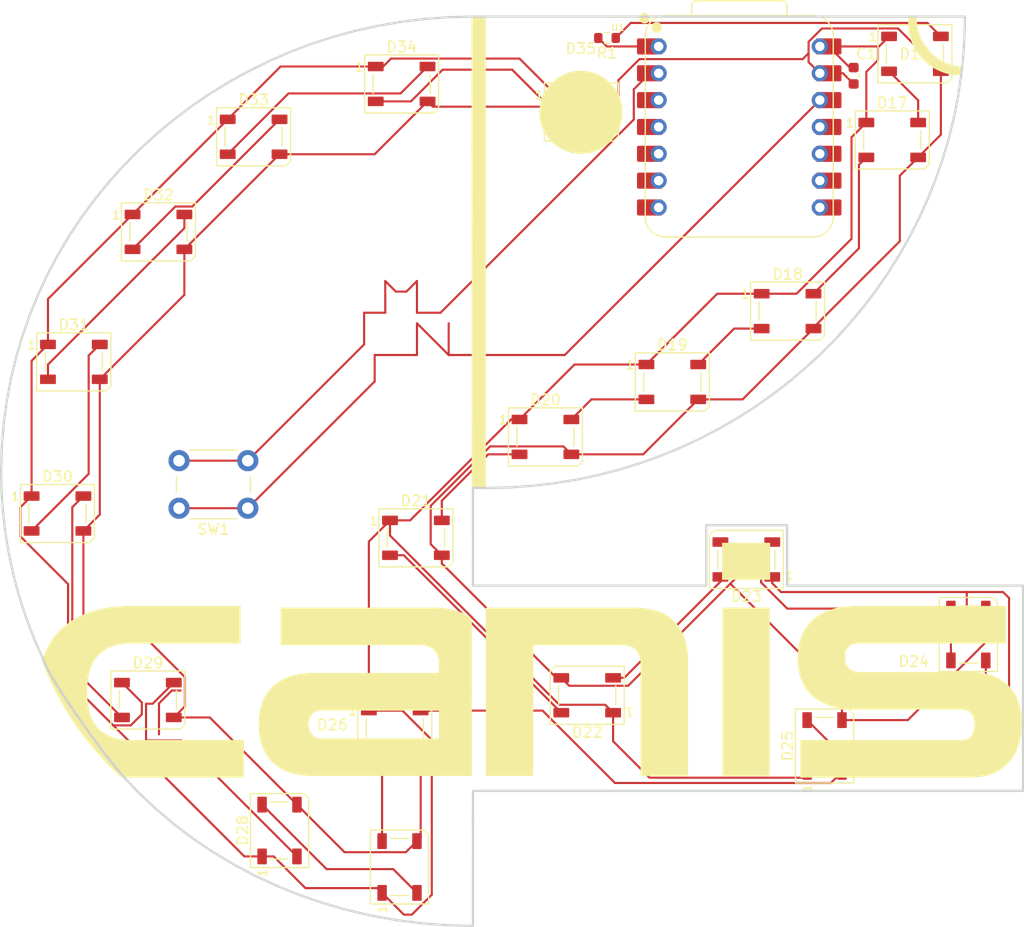
<source format=kicad_pcb>
(kicad_pcb (version 20241229) (generator "pcbnew") (generator_version "9.0")
  (layers (0 "F.Cu" signal) (2 "B.Cu" signal) (13 "F.Paste" user) (15 "B.Paste" user) (5 "F.SilkS" user "F.Silkscreen") (7 "B.SilkS" user "B.Silkscreen") (1 "F.Mask" user) (3 "B.Mask" user) (25 "Edge.Cuts" user))
  (net 0 "")
  (net 1 "Net-(D16-VDD)")
  (net 2 "Net-(D16-DIN)")
  (net 3 "Net-(D16-DOUT)")
  (net 4 "Net-(D16-VSS)")
  (net 5 "Net-(D17-DOUT)")
  (net 6 "Net-(D18-DOUT)")
  (net 7 "Net-(D19-DOUT)")
  (net 8 "Net-(D20-DOUT)")
  (net 9 "Net-(D21-DOUT)")
  (net 10 "Net-(D22-DOUT)")
  (net 11 "Net-(D23-DOUT)")
  (net 12 "Net-(D24-DOUT)")
  (net 13 "Net-(D25-DOUT)")
  (net 14 "Net-(D26-DOUT)")
  (net 15 "Net-(D27-DOUT)")
  (net 16 "Net-(D28-DOUT)")
  (net 17 "Net-(D29-DOUT)")
  (net 18 "Net-(D30-DOUT)")
  (net 19 "Net-(D31-DOUT)")
  (net 20 "Net-(D32-DOUT)")
  (net 21 "Net-(D33-DOUT)")
  (net 22 "Net-(D34-DOUT)")
  (net 27 "Net-(U1-3V3)")
  (net 33 "Net-(U1-GPIO27{slash}ADC1{slash}A1)")
  (net 35 "Net-(U1-GPIO26{slash}ADC0{slash}A0)")
  (footprint "LED_SMD:LED_WS2812B_PLCC4_5.0x5.0mm_P3.2mm" (layer "F.Cu") (at 57.1 71.2 180)
    (property "Reference" "D22")
    (property "Value" "WS2812B")
  )
  (footprint "Capacitor_SMD:C_0603_1608Metric" (layer "F.Cu") (at 82.3 12.575 -90)
    (property "Reference" "C1")
    (property "Value" "100nF")
  )
  (footprint "LED_SMD:LED_WS2812B_PLCC4_5.0x5.0mm_P3.2mm" (layer "F.Cu") (at 56.55 16)
    (property "Reference" "D35")
    (property "Value" "WS2812B")
  )
  (footprint "Resistor_SMD:R_0603_1608Metric" (layer "F.Cu") (at 58.975 9 180)
    (property "Reference" "R1")
    (property "Value" "330 ohm")
  )
  (footprint "LED_SMD:LED_WS2812B_PLCC4_5.0x5.0mm_P3.2mm" (layer "F.Cu") (at 25.55 18.35)
    (property "Reference" "D33")
    (property "Value" "WS2812B")
  )
  (footprint "LED_SMD:LED_WS2812B_PLCC4_5.0x5.0mm_P3.2mm" (layer "F.Cu") (at 76.05 34.85)
    (property "Reference" "D18")
    (property "Value" "WS2812B")
  )
  (footprint "LED_SMD:LED_WS2812B_PLCC4_5.0x5.0mm_P3.2mm" (layer "F.Cu") (at 7 54)
    (property "Reference" "D30")
    (property "Value" "WS2812B")
  )
  (footprint "LED_SMD:LED_WS2812B_PLCC4_5.0x5.0mm_P3.2mm" (layer "F.Cu") (at 53.15 46.75)
    (property "Reference" "D20")
    (property "Value" "WS2812B")
  )
  (footprint "LED_SMD:LED_WS2812B_PLCC4_5.0x5.0mm_P3.2mm" (layer "F.Cu") (at 39.35 87.45 90)
    (property "Reference" "D27" (hide yes))
    (property "Value" "WS2812B")
  )
  (footprint "LED_SMD:LED_WS2812B_PLCC4_5.0x5.0mm_P3.2mm" (layer "F.Cu") (at 39.55 13.35)
    (property "Reference" "D34")
    (property "Value" "WS2812B")
  )
  (footprint "LED_SMD:LED_WS2812B_PLCC4_5.0x5.0mm_P3.2mm" (layer "F.Cu") (at 38.9 74.3)
    (property "Reference" "D26")
    (property "Value" "WS2812B")
  )
  (footprint "LED_SMD:LED_WS2812B_PLCC4_5.0x5.0mm_P3.2mm" (layer "F.Cu") (at 15.55 71.65)
    (property "Reference" "D29")
    (property "Value" "WS2812B")
  )
  (footprint "LED_SMD:LED_WS2812B_PLCC4_5.0x5.0mm_P3.2mm" (layer "F.Cu") (at 88.1 10.5)
    (property "Reference" "D16")
    (property "Value" "WS2812B")
  )
  (footprint "XIAO RP2040:XIAO-RP2040-DIP" (layer "F.Cu") (at 71.48 17.42)
    (property "Reference" "U1")
    (property "Value" "XIAO-RP2040-DIP")
  )
  (footprint "LED_SMD:LED_WS2812B_PLCC4_5.0x5.0mm_P3.2mm" (layer "F.Cu") (at 40.9 56.3)
    (property "Reference" "D21")
    (property "Value" "WS2812B")
  )
  (footprint "LED_SMD:LED_WS2812B_PLCC4_5.0x5.0mm_P3.2mm" (layer "F.Cu") (at 28 84 90)
    (property "Reference" "D28")
    (property "Value" "WS2812B")
  )
  (footprint "LED_SMD:LED_WS2812B_PLCC4_5.0x5.0mm_P3.2mm" (layer "F.Cu") (at 72.15 58.35 180)
    (property "Reference" "D23")
    (property "Value" "WS2812B")
  )
  (footprint "LED_SMD:LED_WS2812B_PLCC4_5.0x5.0mm_P3.2mm" (layer "F.Cu") (at 8.55 39.65)
    (property "Reference" "D31")
    (property "Value" "WS2812B")
  )
  (footprint "Button_Switch_THT:SW_PUSH_6mm_H5mm" (layer "F.Cu") (at 25 53.5 180)
    (property "Reference" "SW1")
    (property "Value" "SW_Push")
  )
  (footprint "LED_SMD:LED_WS2812B_PLCC4_5.0x5.0mm_P3.2mm" (layer "F.Cu") (at 85.95 18.65)
    (property "Reference" "D17")
    (property "Value" "WS2812B")
  )
  (footprint "LED_SMD:LED_WS2812B_PLCC4_5.0x5.0mm_P3.2mm" (layer "F.Cu") (at 16.55 27.35)
    (property "Reference" "D32")
    (property "Value" "WS2812B")
  )
  (footprint "LED_SMD:LED_WS2812B_PLCC4_5.0x5.0mm_P3.2mm" (layer "F.Cu") (at 65.15 41.55)
    (property "Reference" "D19")
    (property "Value" "WS2812B")
  )
  (footprint "LED_SMD:LED_WS2812B_PLCC4_5.0x5.0mm_P3.2mm" (layer "F.Cu") (at 93.15 65.45 90)
    (property "Reference" "D24")
    (property "Value" "WS2812B")
  )
  (footprint "LED_SMD:LED_WS2812B_PLCC4_5.0x5.0mm_P3.2mm" (layer "F.Cu") (at 79.55 76 90)
    (property "Reference" "D25")
    (property "Value" "WS2812B")
  )
  (gr_poly (pts (xy 74.405984 60.269271) (xy 69.856534 60.269271) (xy 69.856534 56.772145) (xy 74.405984 56.772145)) (stroke (width -0.000001)) (fill yes) (layer "F.SilkS"))
  (gr_poly (pts (xy 96.720407 66.304532) (xy 82.824104 66.304532) (xy 82.662978 66.30961) (xy 82.586311 66.315957) (xy 82.512242 66.324843) (xy 82.440771 66.336269) (xy 82.371898 66.350233) (xy 82.305623 66.366736) (xy 82.241946 66.385777) (xy 82.180867 66.407358) (xy 82.122386 66.431478) (xy 82.066504 66.458136) (xy 82.01322 66.487333) (xy 81.962534 66.519069) (xy 81.914448 66.553343) (xy 81.868959 66.590157) (xy 81.82607 66.629509) (xy 81.785779 66.6714) (xy 81.748087 66.715829) (xy 81.712994 66.762798) (xy 81.6805 66.812304) (xy 81.650605 66.86435) (xy 81.623309 66.918934) (xy 81.598613 66.976057) (xy 81.576515 67.035718) (xy 81.557018 67.097918) (xy 81.540119 67.162657) (xy 81.52582 67.229934) (xy 81.514121 67.29975) (xy 81.505022 67.372104) (xy 81.498522 67.446997) (xy 81.494622 67.524428) (xy 81.493322 67.604398) (xy 81.494774 67.684555) (xy 81.499131 67.762532) (xy 81.506392 67.838331) (xy 81.516557 67.911952) (xy 81.529625 67.983396) (xy 81.545597 68.052662) (xy 81.564473 68.119752) (xy 81.586251 68.184666) (xy 81.610932 68.247405) (xy 81.638515 68.30797) (xy 81.669001 68.36636) (xy 81.702389 68.422577) (xy 81.738679 68.476622) (xy 81.77787 68.528494) (xy 81.819963 68.578194) (xy 81.864957 68.625724) (xy 81.912242 68.670712) (xy 81.961211 68.71279) (xy 82.011864 68.751957) (xy 82.064202 68.788216) (xy 82.118227 68.821567) (xy 82.173939 68.852011) (xy 82.231339 68.879551) (xy 82.29043 68.904186) (xy 82.351211 68.925919) (xy 82.413684 68.944751) (xy 82.47785 68.960681) (xy 82.543711 68.973713) (xy 82.611266 68.983847) (xy 82.680517 68.991084) (xy 82.751466 68.995425) (xy 82.824114 68.996872) (xy 93.223125 68.996872) (xy 93.520461 69.001769) (xy 93.808972 69.01646) (xy 94.088659 69.040946) (xy 94.359522 69.075225) (xy 94.621562 69.119299) (xy 94.874778 69.173166) (xy 95.119172 69.236827) (xy 95.354744 69.310282) (xy 95.581494 69.39353) (xy 95.799422 69.486571) (xy 96.00853 69.589406) (xy 96.208818 69.702034) (xy 96.400285 69.824455) (xy 96.582933 69.956669) (xy 96.756762 70.098676) (xy 96.921773 70.250476) (xy 97.077292 70.41158) (xy 97.222772 70.581502) (xy 97.358213 70.760242) (xy 97.483617 70.947802) (xy 97.598983 71.144184) (xy 97.704314 71.34939) (xy 97.799609 71.563419) (xy 97.88487 71.786275) (xy 97.960097 72.017958) (xy 98.025291 72.25847) (xy 98.080453 72.507813) (xy 98.125584 72.765987) (xy 98.160685 73.032994) (xy 98.185755 73.308836) (xy 98.200797 73.593514) (xy 98.205811 73.88703) (xy 98.200733 74.184597) (xy 98.185499 74.473827) (xy 98.16011 74.754721) (xy 98.124565 75.027277) (xy 98.078865 75.291494) (xy 98.02301 75.547373) (xy 97.956999 75.794912) (xy 97.880834 76.034111) (xy 97.794514 76.264968) (xy 97.698039 76.487484) (xy 97.591409 76.701657) (xy 97.474625 76.907487) (xy 97.347686 77.104973) (xy 97.210593 77.294114) (xy 97.063346 77.47491) (xy 96.905945 77.64736) (xy 96.739304 77.810378) (xy 96.564186 77.962878) (xy 96.380593 78.104861) (xy 96.188526 78.236327) (xy 95.987986 78.357275) (xy 95.778974 78.467707) (xy 95.561491 78.56762) (xy 95.335538 78.657017) (xy 95.101116 78.735896) (xy 94.858227 78.804258) (xy 94.606871 78.862103) (xy 94.347049 78.90943) (xy 94.078762 78.94624) (xy 93.802012 78.972533) (xy 93.516799 78.988309) (xy 93.223125 78.993568) (xy 77.253423 78.993568) (xy 77.253418 78.993558) (xy 77.253418 75.434509) (xy 92.418741 75.434509) (xy 92.498709 75.433088) (xy 92.576139 75.428826) (xy 92.65103 75.421723) (xy 92.723382 75.411779) (xy 92.793196 75.398994) (xy 92.86047 75.383367) (xy 92.925206 75.3649) (xy 92.987403 75.343591) (xy 93.047061 75.319442) (xy 93.10418 75.292452) (xy 93.158761 75.26262) (xy 93.210803 75.229948) (xy 93.260306 75.194434) (xy 93.30727 75.15608) (xy 93.351696 75.114885) (xy 93.393583 75.07085) (xy 93.432932 75.023973) (xy 93.469741 74.974256) (xy 93.504012 74.921698) (xy 93.535745 74.866299) (xy 93.564938 74.80806) (xy 93.591593 74.74698) (xy 93.61571 74.683059) (xy 93.637288 74.616298) (xy 93.656327 74.546696) (xy 93.672827 74.474254) (xy 93.68679 74.398971) (xy 93.698213 74.320848) (xy 93.707098 74.239884) (xy 93.713444 74.15608) (xy 93.717252 74.069435) (xy 93.718521 73.97995) (xy 93.713444 73.807547) (xy 93.698213 73.646266) (xy 93.68679 73.569797) (xy 93.672828 73.496108) (xy 93.656328 73.425201) (xy 93.637289 73.357074) (xy 93.615711 73.291727) (xy 93.591595 73.229162) (xy 93.564941 73.169377) (xy 93.535747 73.112373) (xy 93.504015 73.05815) (xy 93.469744 73.006707) (xy 93.432935 72.958045) (xy 93.393587 72.912164) (xy 93.3517 72.869063) (xy 93.307274 72.828743) (xy 93.26031 72.791204) (xy 93.210807 72.756446) (xy 93.158765 72.724468) (xy 93.104184 72.695271) (xy 93.047065 72.668855) (xy 92.987407 72.645219) (xy 92.92521 72.624364) (xy 92.860474 72.60629) (xy 92.793199 72.590996) (xy 92.723385 72.578483) (xy 92.651032 72.568751) (xy 92.576141 72.561799) (xy 92.49871 72.557628) (xy 92.418741 72.556238) (xy 82.607649 72.556238) (xy 82.268557 72.551341) (xy 81.939855 72.536649) (xy 81.621545 72.512163) (xy 81.313628 72.477884) (xy 81.016103 72.43381) (xy 80.728972 72.379942) (xy 80.452234 72.316281) (xy 80.185891 72.242826) (xy 79.929944 72.159577) (xy 79.684392 72.066535) (xy 79.449237 71.9637) (xy 79.224479 71.851072) (xy 79.010118 71.72865) (xy 78.806156 71.596436) (xy 78.612592 71.454429) (xy 78.429428 71.302629) (xy 78.257025 71.141714) (xy 78.095745 70.972206) (xy 77.945587 70.794105) (xy 77.806553 70.607413) (xy 77.678641 70.412128) (xy 77.561852 70.208252) (xy 77.456186 69.995784) (xy 77.361643 69.774725) (xy 77.278222 69.545074) (xy 77.205924 69.306833) (xy 77.144749 69.060001) (xy 77.094697 68.804579) (xy 77.055768 68.540567) (xy 77.027961 68.267965) (xy 77.011277 67.986773) (xy 77.005715 67.696992) (xy 77.01134 67.403448) (xy 77.028213 67.118477) (xy 77.056333 66.842078) (xy 77.0957 66.574253) (xy 77.146311 66.315005) (xy 77.208166 66.064333) (xy 77.281263 65.82224) (xy 77.365602 65.588727) (xy 77.461181 65.363796) (xy 77.567998 65.147447) (xy 77.686054 64.939683) (xy 77.815345 64.740505) (xy 77.955872 64.549913) (xy 78.107633 64.367911) (xy 78.270627 64.194498) (xy 78.444853 64.029677) (xy 78.629785 63.874153) (xy 78.824747 63.728659) (xy 79.029738 63.593198) (xy 79.244761 63.467768) (xy 79.469815 63.352371) (xy 79.704902 63.247006) (xy 79.95002 63.151675) (xy 80.205172 63.066377) (xy 80.470358 62.991112) (xy 80.745579 62.925882) (xy 81.030834 62.870686) (xy 81.326126 62.825525) (xy 81.631453 62.7904) (xy 81.946817 62.765309) (xy 82.272219 62.750255) (xy 82.607659 62.745237) (xy 96.720407 62.745237)) (stroke (width -0.000001)) (fill yes) (layer "F.SilkS"))
  (gr_poly (pts (xy 24.321689 66.304442) (xy 13.953929 66.304442) (xy 13.706139 66.308792) (xy 13.465722 66.321844) (xy 13.23268 66.343599) (xy 13.007013 66.374057) (xy 12.788722 66.413219) (xy 12.577808 66.461087) (xy 12.374273 66.517661) (xy 12.178116 66.582942) (xy 11.989339 66.656932) (xy 11.807943 66.739631) (xy 11.633929 66.83104) (xy 11.467298 66.931161) (xy 11.308051 67.039993) (xy 11.156188 67.157539) (xy 11.011711 67.283799) (xy 10.874621 67.418774) (xy 10.745302 67.562864) (xy 10.624322 67.716622) (xy 10.511683 67.880049) (xy 10.407384 68.053145) (xy 10.311427 68.235912) (xy 10.223811 68.428349) (xy 10.144537 68.630457) (xy 10.073605 68.842237) (xy 10.011017 69.06369) (xy 9.956772 69.294815) (xy 9.910872 69.535614) (xy 9.873315 69.786087) (xy 9.844104 70.046235) (xy 9.823238 70.316058) (xy 9.810719 70.595557) (xy 9.806545 70.884733) (xy 9.810719 71.170185) (xy 9.823238 71.446207) (xy 9.844104 71.712798) (xy 9.873315 71.969958) (xy 9.910872 72.217687) (xy 9.956772 72.455985) (xy 10.011017 72.684852) (xy 10.073605 72.904287) (xy 10.144537 73.114292) (xy 10.223811 73.314865) (xy 10.311427 73.506008) (xy 10.407384 73.687719) (xy 10.511683 73.859999) (xy 10.624322 74.022848) (xy 10.745302 74.176266) (xy 10.874621 74.320252) (xy 11.011711 74.455159) (xy 11.156188 74.581367) (xy 11.308051 74.698875) (xy 11.467298 74.807682) (xy 11.633929 74.907788) (xy 11.807943 74.999193) (xy 11.989339 75.081895) (xy 12.178116 75.155894) (xy 12.374273 75.221189) (xy 12.577808 75.277781) (xy 12.788722 75.325667) (xy 13.007013 75.364849) (xy 13.23268 75.395324) (xy 13.465722 75.417093) (xy 13.706139 75.430155) (xy 13.953929 75.434509) (xy 24.631155 75.434509) (xy 24.631155 78.993393) (xy 13.953927 78.993393) (xy 13.711676 78.991623) (xy 13.472608 78.986308) (xy 13.236709 78.977442) (xy 13.003962 78.965016) (xy 13.003964 78.965011) (xy 12.36994 78.363502) (xy 11.759183 77.750362) (xy 11.171471 77.125699) (xy 10.606586 76.489623) (xy 10.064307 75.842246) (xy 9.544415 75.183675) (xy 9.04669 74.514022) (xy 8.570912 73.833396) (xy 8.116862 73.141906) (xy 7.684319 72.439663) (xy 7.273065 71.726776) (xy 6.882878 71.003356) (xy 6.513541 70.269512) (xy 6.164832 69.525353) (xy 5.836532 68.77099) (xy 5.528421 68.006533) (xy 5.528339 68.006453) (xy 5.601051 67.764281) (xy 5.680378 67.527707) (xy 5.76632 67.296732) (xy 5.858875 67.071355) (xy 5.958045 66.851578) (xy 6.063828 66.637399) (xy 6.176224 66.42882) (xy 6.295234 66.225841) (xy 6.420856 66.028462) (xy 6.553092 65.836682) (xy 6.691939 65.650503) (xy 6.837399 65.469925) (xy 6.989471 65.294947) (xy 7.148155 65.125571) (xy 7.31345 64.961796) (xy 7.485356 64.803622) (xy 7.782656 64.554331) (xy 8.094219 64.321127) (xy 8.420045 64.104011) (xy 8.760134 63.902981) (xy 9.114487 63.718036) (xy 9.483104 63.549178) (xy 9.865987 63.396404) (xy 10.263135 63.259714) (xy 10.674548 63.139107) (xy 11.100228 63.034583) (xy 11.540175 62.946142) (xy 11.994389 62.873782) (xy 12.462871 62.817503) (xy 12.945622 62.777305) (xy 13.44264 62.753186) (xy 13.953929 62.745147) (xy 24.321689 62.745147)) (stroke (width -0.000001)) (fill yes) (layer "F.SilkS"))
  (gr_poly (pts (xy 87.489043 6.999941) (xy 88.288592 7.000023) (xy 88.287321 7.040519) (xy 88.286419 7.081069) (xy 88.285825 7.121697) (xy 88.28548 7.162424) (xy 88.290553 7.387974) (xy 88.306479 7.610712) (xy 88.333002 7.830381) (xy 88.369864 8.046724) (xy 88.416809 8.259483) (xy 88.47358 8.4684) (xy 88.539921 8.673217) (xy 88.615574 8.873678) (xy 88.700284 9.069525) (xy 88.793792 9.260499) (xy 88.895843 9.446344) (xy 89.00618 9.626802) (xy 89.124545 9.801615) (xy 89.250683 9.970526) (xy 89.384336 10.133277) (xy 89.525248 10.289611) (xy 89.673162 10.43927) (xy 89.827821 10.581997) (xy 89.988969 10.717533) (xy 90.156348 10.845622) (xy 90.329703 10.966005) (xy 90.508776 11.078426) (xy 90.69331 11.182627) (xy 90.883049 11.278349) (xy 91.077736 11.365336) (xy 91.277115 11.443331) (xy 91.480928 11.512074) (xy 91.688919 11.571309) (xy 91.900831 11.620779) (xy 92.116407 11.660226) (xy 92.335391 11.689391) (xy 92.557526 11.708018) (xy 92.460575 12.544794) (xy 92.446723 12.544984) (xy 92.432845 12.545081) (xy 92.405051 12.545122) (xy 92.149983 12.538167) (xy 91.898272 12.518509) (xy 91.650231 12.486461) (xy 91.40617 12.442338) (xy 91.166401 12.386452) (xy 90.931237 12.319117) (xy 90.70099 12.240645) (xy 90.475971 12.15135) (xy 90.256491 12.051546) (xy 90.042864 11.941546) (xy 89.8354 11.821663) (xy 89.634411 11.69221) (xy 89.44021 11.553501) (xy 89.253107 11.405848) (xy 89.073416 11.249566) (xy 88.901447 11.084967) (xy 88.737513 10.912365) (xy 88.581925 10.732072) (xy 88.434996 10.544403) (xy 88.297036 10.349671) (xy 88.168358 10.148189) (xy 88.049274 9.940269) (xy 87.940095 9.726227) (xy 87.841134 9.506373) (xy 87.752701 9.281023) (xy 87.67511 9.050489) (xy 87.608671 8.815085) (xy 87.553697 8.575124) (xy 87.510499 8.330918) (xy 87.47939 8.082783) (xy 87.46068 7.831029) (xy 87.454682 7.575972) (xy 87.455385 7.503046) (xy 87.457121 7.430372) (xy 87.459888 7.357956) (xy 87.463681 7.285803) (xy 87.468497 7.213919) (xy 87.474332 7.14231) (xy 87.481182 7.070982) (xy 87.489043 6.99994)) (stroke (width -0.000001)) (fill yes) (layer "F.SilkS"))
  (gr_poly (pts (xy 61.743352 62.905268) (xy 62.066581 62.921045) (xy 62.378322 62.947339) (xy 62.678577 62.984152) (xy 62.967344 63.031483) (xy 63.244623 63.089334) (xy 63.510414 63.157704) (xy 63.764716 63.236593) (xy 64.007529 63.326003) (xy 64.238852 63.425934) (xy 64.458686 63.536385) (xy 64.66703 63.657358) (xy 64.863884 63.788852) (xy 65.049246 63.930868) (xy 65.223118 64.083407) (xy 65.385498 64.246468) (xy 65.537297 64.418081) (xy 65.679304 64.596338) (xy 65.811519 64.781241) (xy 65.93394 64.97279) (xy 66.046569 65.170986) (xy 66.149404 65.37583) (xy 66.242446 65.587323) (xy 66.325694 65.805466) (xy 66.399149 66.030259) (xy 66.462811 66.261703) (xy 66.516678 66.4998) (xy 66.560752 66.744549) (xy 66.595032 66.995952) (xy 66.619518 67.25401) (xy 66.634209 67.518723) (xy 66.639106 67.790092) (xy 66.639106 78.838875) (xy 62.151419 78.838875) (xy 62.151419 68.316339) (xy 62.149606 68.202073) (xy 62.144167 68.091436) (xy 62.135102 67.984428) (xy 62.12241 67.881049) (xy 62.106092 67.781298) (xy 62.086147 67.685176) (xy 62.062576 67.592682) (xy 62.035378 67.503817) (xy 62.004553 67.418579) (xy 61.970102 67.33697) (xy 61.932023 67.258989) (xy 61.890318 67.184636) (xy 61.844985 67.113911) (xy 61.796025 67.046813) (xy 61.743438 66.983343) (xy 61.687223 66.923501) (xy 61.627381 66.867287) (xy 61.563911 66.814699) (xy 61.496813 66.765739) (xy 61.426088 66.720407) (xy 61.351735 66.678701) (xy 61.273754 66.640622) (xy 61.192145 66.606171) (xy 61.106908 66.575346) (xy 61.018042 66.548148) (xy 60.925548 66.524577) (xy 60.829426 66.504632) (xy 60.729675 66.488314) (xy 60.626296 66.475622) (xy 60.519288 66.466557) (xy 60.408651 66.461118) (xy 60.294385 66.459305) (xy 52.000031 66.459305) (xy 52.000031 78.838875) (xy 47.512424 78.838875) (xy 47.512424 78.83887) (xy 47.512424 62.900009) (xy 61.408637 62.900009)) (stroke (width -0.000001)) (fill yes) (layer "F.SilkS"))
  (gr_poly (pts (xy 56.714335 12.107084) (xy 56.913951 12.122283) (xy 57.110679 12.14731) (xy 57.30427 12.181919) (xy 57.494478 12.225862) (xy 57.681054 12.278891) (xy 57.863749 12.340757) (xy 58.042317 12.411214) (xy 58.216509 12.490012) (xy 58.386077 12.576905) (xy 58.550774 12.671645) (xy 58.710351 12.773983) (xy 58.864561 12.883672) (xy 59.013155 13.000464) (xy 59.155886 13.124112) (xy 59.292505 13.254366) (xy 59.422766 13.39098) (xy 59.546419 13.533705) (xy 59.663217 13.682294) (xy 59.772913 13.836499) (xy 59.875257 13.996073) (xy 59.970003 14.160766) (xy 60.056902 14.330331) (xy 60.135706 14.504521) (xy 60.206168 14.683088) (xy 60.268039 14.865783) (xy 60.321072 15.052359) (xy 60.365018 15.242569) (xy 60.39963 15.436163) (xy 60.42466 15.632895) (xy 60.43986 15.832517) (xy 60.444981 16.03478) (xy 60.43986 16.237036) (xy 60.42466 16.436651) (xy 60.39963 16.633378) (xy 60.365018 16.826968) (xy 60.321072 17.017173) (xy 60.268039 17.203746) (xy 60.206168 17.386439) (xy 60.135706 17.565004) (xy 60.056902 17.739193) (xy 59.970003 17.908758) (xy 59.875257 18.073451) (xy 59.772913 18.233024) (xy 59.663217 18.38723) (xy 59.546419 18.53582) (xy 59.422766 18.678547) (xy 59.292505 18.815163) (xy 59.155886 18.94542) (xy 59.013155 19.069069) (xy 58.864561 19.185863) (xy 58.710351 19.295555) (xy 58.550774 19.397896) (xy 58.386077 19.492638) (xy 58.216509 19.579534) (xy 58.042317 19.658335) (xy 57.863749 19.728794) (xy 57.681054 19.790662) (xy 57.494478 19.843693) (xy 57.30427 19.887637) (xy 57.110679 19.922248) (xy 56.913951 19.947276) (xy 56.714335 19.962475) (xy 56.512079 19.967597) (xy 56.309831 19.962475) (xy 56.110222 19.947276) (xy 55.913502 19.922248) (xy 55.719917 19.887637) (xy 55.529715 19.843693) (xy 55.343146 19.790662) (xy 55.160455 19.728794) (xy 54.981892 19.658335) (xy 54.807705 19.579534) (xy 54.638141 19.492638) (xy 54.473448 19.397896) (xy 54.313874 19.295555) (xy 54.159668 19.185863) (xy 54.011077 19.069069) (xy 53.868348 18.94542) (xy 53.731731 18.815163) (xy 53.601472 18.678547) (xy 53.477821 18.535821) (xy 53.361024 18.38723) (xy 53.25133 18.233024) (xy 53.148986 18.073451) (xy 53.054242 17.908758) (xy 52.967343 17.739193) (xy 52.88854 17.565004) (xy 52.818079 17.386439) (xy 52.756208 17.203747) (xy 52.703175 17.017173) (xy 52.659229 16.826968) (xy 52.624617 16.633378) (xy 52.599587 16.436652) (xy 52.584388 16.237036) (xy 52.579266 16.034781) (xy 52.584388 15.832517) (xy 52.599587 15.632896) (xy 52.624617 15.436164) (xy 52.659229 15.242569) (xy 52.703175 15.05236) (xy 52.756207 14.865784) (xy 52.818078 14.683088) (xy 52.888539 14.504522) (xy 52.967343 14.330332) (xy 53.054241 14.160766) (xy 53.148985 13.996073) (xy 53.251329 13.8365) (xy 53.361022 13.682295) (xy 53.477819 13.533706) (xy 53.601471 13.39098) (xy 53.731729 13.254366) (xy 53.868346 13.124112) (xy 54.011075 13.000465) (xy 54.159666 12.883673) (xy 54.313872 12.773984) (xy 54.473446 12.671646) (xy 54.638139 12.576906) (xy 54.807703 12.490013) (xy 54.98189 12.411214) (xy 55.160453 12.340758) (xy 55.343144 12.278891) (xy 55.529714 12.225863) (xy 55.719915 12.18192) (xy 55.913501 12.147311) (xy 56.110221 12.122283) (xy 56.30983 12.107085) (xy 56.512079 12.101964) (xy 56.512079 12.101963)) (stroke (width -0.000001)) (fill yes) (layer "F.SilkS"))
  (gr_poly (pts (xy 74.375067 78.838875) (xy 69.887461 78.838875) (xy 69.887461 78.83887) (xy 69.887461 62.900009) (xy 74.375067 62.900009)) (stroke (width -0.000001)) (fill yes) (layer "F.SilkS"))
  (gr_poly (pts (xy 42.71424 62.904154) (xy 43.02138 62.916855) (xy 43.317708 62.938025) (xy 43.603224 62.967661) (xy 43.877928 63.005765) (xy 44.141821 63.052336) (xy 44.394901 63.107373) (xy 44.63717 63.170876) (xy 44.868626 63.242846) (xy 45.089269 63.323281) (xy 45.2991 63.412182) (xy 45.498118 63.509548) (xy 45.686323 63.61538) (xy 45.863715 63.729676) (xy 46.030294 63.852436) (xy 46.18606 63.983661) (xy 46.192952 78.83879) (xy 31.192736 78.83879) (xy 30.883942 78.833834) (xy 30.584345 78.818966) (xy 30.293941 78.794184) (xy 30.01273 78.75949) (xy 29.740712 78.714881) (xy 29.477883 78.660357) (xy 29.224245 78.595918) (xy 28.979794 78.521563) (xy 28.74453 78.437292) (xy 28.518452 78.343103) (xy 28.301559 78.238997) (xy 28.093849 78.124973) (xy 27.895321 78.001029) (xy 27.705974 77.867167) (xy 27.525807 77.723384) (xy 27.354818 77.56968) (xy 27.193692 77.406876) (xy 27.042961 77.235608) (xy 26.902624 77.055875) (xy 26.772681 76.867678) (xy 26.653133 76.671016) (xy 26.543981 76.465889) (xy 26.445223 76.252297) (xy 26.35686 76.030241) (xy 26.278892 75.799719) (xy 26.21132 75.560732) (xy 26.154143 75.31328) (xy 26.107362 75.057362) (xy 26.070976 74.792979) (xy 26.044986 74.52013) (xy 26.029392 74.238815) (xy 26.024197 73.949195) (xy 30.759587 73.949195) (xy 30.760853 74.02184) (xy 30.764651 74.092788) (xy 30.770984 74.162038) (xy 30.779852 74.229592) (xy 30.791255 74.295452) (xy 30.805196 74.359617) (xy 30.821675 74.42209) (xy 30.840694 74.48287) (xy 30.862253 74.54196) (xy 30.886353 74.599361) (xy 30.912996 74.655073) (xy 30.942183 74.709097) (xy 30.973914 74.761435) (xy 31.008191 74.812088) (xy 31.045015 74.861057) (xy 31.084387 74.908342) (xy 31.126017 74.953335) (xy 31.169706 74.995425) (xy 31.215452 75.034613) (xy 31.263257 75.070898) (xy 31.31312 75.10428) (xy 31.365041 75.13476) (xy 31.419019 75.162336) (xy 31.475054 75.18701) (xy 31.533146 75.208782) (xy 31.593294 75.22765) (xy 31.655499 75.243616) (xy 31.719761 75.256678) (xy 31.786078 75.266838) (xy 31.854451 75.274096) (xy 31.92488 75.27845) (xy 31.997363 75.279901) (xy 43.076978 75.279901) (xy 43.076978 72.649244) (xy 31.997363 72.649244) (xy 31.92488 72.650633) (xy 31.854451 72.6548) (xy 31.786078 72.661745) (xy 31.719761 72.67147) (xy 31.655499 72.683974) (xy 31.593294 72.699257) (xy 31.533146 72.717321) (xy 31.475054 72.738165) (xy 31.419019 72.761789) (xy 31.365041 72.788195) (xy 31.31312 72.817382) (xy 31.263257 72.849351) (xy 31.215452 72.884102) (xy 31.169706 72.921635) (xy 31.126017 72.961952) (xy 31.084387 73.005051) (xy 31.045015 73.050447) (xy 31.008191 73.097653) (xy 30.973914 73.14667) (xy 30.942183 73.1975) (xy 30.912996 73.250142) (xy 30.886353 73.304599) (xy 30.862253 73.360872) (xy 30.840694 73.418961) (xy 30.821675 73.478867) (xy 30.805196 73.540592) (xy 30.791255 73.604137) (xy 30.779852 73.669503) (xy 30.770984 73.73669) (xy 30.764651 73.805701) (xy 30.760853 73.876535) (xy 30.759587 73.949195) (xy 26.024197 73.949195) (xy 26.024194 73.949034) (xy 26.029392 73.662975) (xy 26.044986 73.385136) (xy 26.070976 73.115519) (xy 26.107362 72.854123) (xy 26.154143 72.60095) (xy 26.21132 72.356) (xy 26.278892 72.119274) (xy 26.35686 71.890772) (xy 26.445223 71.670494) (xy 26.543981 71.458443) (xy 26.653133 71.254617) (xy 26.772681 71.059018) (xy 26.902624 70.871646) (xy 27.042961 70.692503) (xy 27.193692 70.521588) (xy 27.354818 70.358902) (xy 27.525807 70.205198) (xy 27.705974 70.061414) (xy 27.895321 69.92755) (xy 28.093849 69.803607) (xy 28.301559 69.689582) (xy 28.518452 69.585475) (xy 28.74453 69.491286) (xy 28.979794 69.407015) (xy 29.224245 69.33266) (xy 29.477883 69.268221) (xy 29.740712 69.213697) (xy 30.01273 69.169088) (xy 30.293941 69.134393) (xy 30.584345 69.109612) (xy 30.883942 69.094743) (xy 31.192736 69.089787) (xy 43.076897 69.089787) (xy 43.076897 68.34709) (xy 43.075084 68.230939) (xy 43.069644 68.118476) (xy 43.060578 68.0097) (xy 43.047886 67.904612) (xy 43.031567 67.803211) (xy 43.011621 67.705498) (xy 42.988049 67.611472) (xy 42.960851 67.521134) (xy 42.930027 67.434483) (xy 42.895576 67.35152) (xy 42.857499 67.272244) (xy 42.815796 67.196655) (xy 42.770467 67.124754) (xy 42.721511 67.05654) (xy 42.66893 66.992013) (xy 42.612722 66.931174) (xy 42.552889 66.874022) (xy 42.489429 66.820558) (xy 42.422343 66.770781) (xy 42.351631 66.724691) (xy 42.277294 66.682288) (xy 42.19933 66.643573) (xy 42.117741 66.608545) (xy 42.032525 66.577204) (xy 41.943684 66.54955) (xy 41.851217 66.525583) (xy 41.755124 66.505304) (xy 41.655406 66.488712) (xy 41.552062 66.475807) (xy 41.445092 66.466589) (xy 41.334496 66.461059) (xy 41.220275 66.459215) (xy 28.097598 66.459215) (xy 28.097515 62.89992) (xy 42.396289 62.89992)) (stroke (width -0.000001)) (fill yes) (layer "F.SilkS"))
  (gr_poly (pts (xy 47.512424 51.679798) (xy 46.180483 51.679798) (xy 46.180483 51.679803) (xy 46.17975 50.096635) (xy 46.160474 7.000102) (xy 47.512424 6.999938)) (stroke (width -0.000001)) (fill yes) (layer "F.SilkS"))
  (gr_poly (pts (xy 88.312096 6.97675) (xy 92.821599 6.97675) (xy 92.817673 7.571064) (xy 92.805926 8.163522) (xy 92.7864 8.754078) (xy 92.759141 9.342682) (xy 92.724192 9.929287) (xy 92.681598 10.513844) (xy 92.631403 11.096307) (xy 92.57365 11.676626) (xy 92.47686 12.511925) (xy 92.47686 12.512007) (xy 92.17051 14.56158) (xy 91.771054 16.579786) (xy 91.280733 18.564418) (xy 90.701786 20.513263) (xy 90.036455 22.424113) (xy 89.28698 24.294756) (xy 88.455602 26.122985) (xy 87.544562 27.906587) (xy 86.556099 29.643354) (xy 85.492455 31.331074) (xy 84.355871 32.967539) (xy 83.148586 34.550537) (xy 81.872841 36.07786) (xy 80.530878 37.547296) (xy 79.124936 38.956637) (xy 77.657257 40.303671) (xy 76.13008 41.586189) (xy 74.545647 42.801981) (xy 72.906198 43.948836) (xy 71.213974 45.024545) (xy 69.471214 46.026898) (xy 67.680161 46.953685) (xy 65.843054 47.802695) (xy 63.962135 48.571718) (xy 62.039643 49.258545) (xy 60.077819 49.860965) (xy 58.078904 50.376769) (xy 56.045139 50.803746) (xy 53.978764 51.139687) (xy 51.882019 51.38238) (xy 49.757146 51.529617) (xy 47.606385 51.579187) (xy 46.295767 51.579187) (xy 46.295767 51.579178) (xy 46.295687 51.579178) (xy 46.295691 51.579187) (xy 46.295767 51.579187) (xy 46.297243 60.828423) (xy 68.358793 60.828423) (xy 68.358793 55.10968) (xy 76.006336 55.10968) (xy 76.006336 60.828423) (xy 98.322888 60.828423) (xy 98.322888 80.24423) (xy 46.297248 80.24423) (xy 46.297248 80.729958) (xy 46.295691 93.020529) (xy 43.844478 92.959684) (xy 41.424357 92.776612) (xy 39.039525 92.473882) (xy 36.69418 92.054059) (xy 34.392518 91.51971) (xy 32.138737 90.873401) (xy 29.937032 90.117699) (xy 27.791601 89.25517) (xy 25.706641 88.28838) (xy 23.686348 87.219897) (xy 21.73492 86.052287) (xy 19.856553 84.788115) (xy 18.055445 83.429949) (xy 16.335792 81.980355) (xy 14.701791 80.4419) (xy 13.157639 78.81715) (xy 12.344785 77.847374) (xy 11.303077 76.506422) (xy 10.129802 74.923072) (xy 8.922248 73.2261) (xy 7.777701 71.544284) (xy 6.793449 70.0064) (xy 6.391835 69.331676) (xy 6.066777 68.741227) (xy 5.830437 68.251149) (xy 5.694974 67.877541) (xy 5.695057 67.877706) (xy 5.224815 66.850836) (xy 4.781742 65.810115) (xy 4.36627 64.755959) (xy 3.978832 63.688785) (xy 3.619861 62.609011) (xy 3.289788 61.517051) (xy 2.989047 60.413324) (xy 2.71807 59.298246) (xy 2.477289 58.172234) (xy 2.267137 57.035704) (xy 2.088047 55.889073) (xy 1.940451 54.732757) (xy 1.824781 53.567174) (xy 1.741471 52.392739) (xy 1.690952 51.209871) (xy 1.673657 50.018984) (xy 1.730678 47.805033) (xy 1.901919 45.620096) (xy 2.184578 43.466879) (xy 2.575854 41.348086) (xy 3.072946 39.26642) (xy 3.673052 37.224586) (xy 4.373372 35.225288) (xy 5.171103 33.27123) (xy 6.063445 31.365117) (xy 7.047596 29.509653) (xy 8.120755 27.707541) (xy 9.280121 25.961486) (xy 10.522892 24.274193) (xy 11.846267 22.648365) (xy 13.247444 21.086707) (xy 14.723624 19.591922) (xy 16.272003 18.166716) (xy 17.889781 16.813791) (xy 19.574156 15.535854) (xy 21.322328 14.335606) (xy 23.131495 13.215754) (xy 24.998855 12.179) (xy 26.921608 11.22805) (xy 28.896951 10.365607) (xy 30.922085 9.594376) (xy 32.994206 8.91706) (xy 35.110515 8.336364) (xy 37.268209 7.854993) (xy 39.464488 7.47565) (xy 41.69655 7.201039) (xy 43.961594 7.033865) (xy 46.256818 6.976832) (xy 87.513956 6.976668)) (stroke (width 0.222276)) (fill no) (layer "Edge.Cuts"))
  (segment (start 17.8161 70.751) (end 18.65 70.751) (width 0.2) (layer "F.Cu") (net 0))
  (segment (start 16.6 71.9671) (end 17.8161 70.751) (width 0.2) (layer "F.Cu") (net 0))
  (segment (start 16.6 74.9) (end 16.6 71.9671) (width 0.2) (layer "F.Cu") (net 0))
  (segment (start 14.975452 71.875452) (end 13.1 70) (width 0.2) (layer "F.Cu") (net 1))
  (segment (start 7.998 69.773452) (end 12.275548 74.051) (width 0.2) (layer "F.Cu") (net 1))
  (segment (start 39.625452 72.65) (end 42.401 75.425548) (width 0.2) (layer "F.Cu") (net 1))
  (segment (start 27.45 86.45) (end 26.35 86.45) (width 0.2) (layer "F.Cu") (net 1))
  (segment (start 93 61.429423) (end 93 64) (width 0.2) (layer "F.Cu") (net 1))
  (segment (start 77.35 79) (end 77.9 78.45) (width 0.2) (layer "F.Cu") (net 1))
  (segment (start 74.6 60.6) (end 75.429423 61.429423) (width 0.2) (layer "F.Cu") (net 1))
  (segment (start 83.5 17) (end 82.1 18.4) (width 0.2) (layer "F.Cu") (net 1))
  (segment (start 6.1 38) (end 6.1 33.7) (width 0.2) (layer "F.Cu") (net 1))
  (segment (start 3.499 56.174452) (end 7.998 60.673452) (width 0.2) (layer "F.Cu") (net 1))
  (segment (start 75.429423 61.429423) (end 93 61.429423) (width 0.2) (layer "F.Cu") (net 1))
  (segment (start 3.499 53.401) (end 3.499 56.174452) (width 0.2) (layer "F.Cu") (net 1))
  (segment (start 58.799 72.099) (end 54.4661 72.099) (width 0.2) (layer "F.Cu") (net 1))
  (segment (start 49.9 45.1) (end 40.35 54.65) (width 0.2) (layer "F.Cu") (net 1))
  (segment (start 79.1 9.8) (end 84.6 9.8) (width 0.2) (layer "F.Cu") (net 1))
  (segment (start 13.924452 74.051) (end 14.975452 73) (width 0.2) (layer "F.Cu") (net 1))
  (segment (start 24.674548 86.45) (end 12.275548 74.051) (width 0.2) (layer "F.Cu") (net 1))
  (segment (start 28.1 11.7) (end 37.1 11.7) (width 0.2) (layer "F.Cu") (net 1))
  (segment (start 50.7 45.1) (end 49.9 45.1) (width 0.2) (layer "F.Cu") (net 1))
  (segment (start 59.55 72.85) (end 58.799 72.099) (width 0.2) (layer "F.Cu") (net 1))
  (segment (start 36.45 72.65) (end 39.625452 72.65) (width 0.2) (layer "F.Cu") (net 1))
  (segment (start 42.401 90.074452) (end 40.516007 91.959445) (width 0.2) (layer "F.Cu") (net 1))
  (segment (start 97 77) (end 97 62) (width 0.2) (layer "F.Cu") (net 1))
  (segment (start 38.45 54.65) (end 38.05 55.05) (width 0.2) (layer "F.Cu") (net 1))
  (segment (start 36.45 56.65) (end 36.45 72.65) (width 0.2) (layer "F.Cu") (net 1))
  (segment (start 37.7 11.8) (end 38.551 10.949) (width 0.2) (layer "F.Cu") (net 1))
  (segment (start 4.55 52.35) (end 3.499 53.401) (width 0.2) (layer "F.Cu") (net 1))
  (segment (start 84.6 9.8) (end 84.7 9.8) (width 0.2) (layer "F.Cu") (net 1))
  (segment (start 84.6 9.8) (end 84.6 11.1) (width 0.2) (layer "F.Cu") (net 1))
  (segment (start 40.516007 91.959445) (end 39.759445 91.959445) (width 0.2) (layer "F.Cu") (net 1))
  (segment (start 23.1 16.7) (end 28.1 11.7) (width 0.2) (layer "F.Cu") (net 1))
  (segment (start 37.9 89.9) (end 38 90) (width 0.2) (layer "F.Cu") (net 1))
  (segment (start 59.55 72.85) (end 59.55 75.55) (width 0.2) (layer "F.Cu") (net 1))
  (segment (start 69.4 33.2) (end 62.7 39.9) (width 0.2) (layer "F.Cu") (net 1))
  (segment (start 74.6 60) (end 74.6 60.6) (width 0.2) (layer "F.Cu") (net 1))
  (segment (start 14.1 25.7) (end 23.1 16.7) (width 0.2) (layer "F.Cu") (net 1))
  (segment (start 93 64) (end 91.5 65.5) (width 0.2) (layer "F.Cu") (net 1))
  (segment (start 77.9 78.45) (end 79.35 77) (width 0.2) (layer "F.Cu") (net 1))
  (segment (start 59.55 75.55) (end 63 79) (width 0.2) (layer "F.Cu") (net 1))
  (segment (start 79.35 77) (end 97 77) (width 0.2) (layer "F.Cu") (net 1))
  (segment (start 4.55 39.55) (end 4.55 52.35) (width 0.2) (layer "F.Cu") (net 1))
  (segment (start 54.4661 72.099) (end 38.45 56.0829) (width 0.2) (layer "F.Cu") (net 1))
  (segment (start 37.7 89.9) (end 37.9 89.9) (width 0.2) (layer "F.Cu") (net 1))
  (segment (start 26.35 86.45) (end 24.674548 86.45) (width 0.2) (layer "F.Cu") (net 1))
  (segment (start 6.1 33.7) (end 14.1 25.7) (width 0.2) (layer "F.Cu") (net 1))
  (segment (start 55.9 39.9) (end 50.7 45.1) (width 0.2) (layer "F.Cu") (net 1))
  (segment (start 83.5 12.2) (end 83.5 17) (width 0.2) (layer "F.Cu") (net 1))
  (segment (start 37.6 11.7) (end 37.7 11.8) (width 0.2) (layer "F.Cu") (net 1))
  (segment (start 84.7 9.8) (end 85.65 8.85) (width 0.2) (layer "F.Cu") (net 1))
  (segment (start 76.9 33.2) (end 73.6 33.2) (width 0.2) (layer "F.Cu") (net 1))
  (segment (start 38.05 55.05) (end 36.45 56.65) (width 0.2) (layer "F.Cu") (net 1))
  (segment (start 81.935 11.8) (end 79.935 9.8) (width 0.2) (layer "F.Cu") (net 1))
  (segment (start 82.1 28) (end 76.9 33.2) (width 0.2) (layer "F.Cu") (net 1))
  (segment (start 96.429423 61.429423) (end 93 61.429423) (width 0.2) (layer "F.Cu") (net 1))
  (segment (start 82.1 18.4) (end 82.1 28) (width 0.2) (layer "F.Cu") (net 1))
  (segment (start 37.1 11.7) (end 37.6 11.7) (width 0.2) (layer "F.Cu") (net 1))
  (segment (start 7.998 60.673452) (end 7.998 69.773452) (width 0.2) (layer "F.Cu") (net 1))
  (segment (start 6.1 38) (end 4.55 39.55) (width 0.2) (layer "F.Cu") (net 1))
  (segment (start 50.699 10.949) (end 54.1 14.35) (width 0.2) (layer "F.Cu") (net 1))
  (segment (start 84.6 11.1) (end 83.5 12.2) (width 0.2) (layer "F.Cu") (net 1))
  (segment (start 30.45 89.45) (end 27.45 86.45) (width 0.2) (layer "F.Cu") (net 1))
  (segment (start 82.3 11.8) (end 81.935 11.8) (width 0.2) (layer "F.Cu") (net 1))
  (segment (start 40.35 54.65) (end 38.45 54.65) (width 0.2) (layer "F.Cu") (net 1))
  (segment (start 37.25 89.45) (end 30.45 89.45) (width 0.2) (layer "F.Cu") (net 1))
  (segment (start 39.759445 91.959445) (end 37.7 89.9) (width 0.2) (layer "F.Cu") (net 1))
  (segment (start 62.7 39.9) (end 55.9 39.9) (width 0.2) (layer "F.Cu") (net 1))
  (segment (start 97 62) (end 96.429423 61.429423) (width 0.2) (layer "F.Cu") (net 1))
  (segment (start 42.401 75.425548) (end 42.401 90.074452) (width 0.2) (layer "F.Cu") (net 1))
  (segment (start 12.275548 74.051) (end 13.924452 74.051) (width 0.2) (layer "F.Cu") (net 1))
  (segment (start 73.6 33.2) (end 69.4 33.2) (width 0.2) (layer "F.Cu") (net 1))
  (segment (start 91.5 65.5) (end 91.5 67.9) (width 0.2) (layer "F.Cu") (net 1))
  (segment (start 38.551 10.949) (end 50.699 10.949) (width 0.2) (layer "F.Cu") (net 1))
  (segment (start 37.7 89.9) (end 37.25 89.45) (width 0.2) (layer "F.Cu") (net 1))
  (segment (start 63 79) (end 77.35 79) (width 0.2) (layer "F.Cu") (net 1))
  (segment (start 79.1 9.8) (end 79.1 9.9) (width 0.2) (layer "F.Cu") (net 1))
  (segment (start 26.35 86.65) (end 26 87) (width 0.2) (layer "F.Cu") (net 1))
  (segment (start 38.45 56.0829) (end 38.45 54.65) (width 0.2) (layer "F.Cu") (net 1))
  (segment (start 14.975452 73) (end 14.975452 71.875452) (width 0.2) (layer "F.Cu") (net 1))
  (segment (start 89.277743 7.577743) (end 90.55 8.85) (width 0.2) (layer "F.Cu") (net 2))
  (segment (start 61.222257 7.577743) (end 89.277743 7.577743) (width 0.2) (layer "F.Cu") (net 2))
  (segment (start 59.8 9) (end 61.222257 7.577743) (width 0.2) (layer "F.Cu") (net 2))
  (segment (start 85.65 12.15) (end 88.4 14.9) (width 0.2) (layer "F.Cu") (net 3))
  (segment (start 88.4 14.9) (end 88.4 17) (width 0.2) (layer "F.Cu") (net 3))
  (segment (start 86.667619 28.232381) (end 86.667619 22.032381) (width 0.2) (layer "F.Cu") (net 4))
  (segment (start 34.151 86.051) (end 29.65 81.55) (width 0.2) (layer "F.Cu") (net 4))
  (segment (start 11 54.1) (end 11 41.3) (width 0.2) (layer "F.Cu") (net 4))
  (segment (start 39.949 86.051) (end 34.151 86.051) (width 0.2) (layer "F.Cu") (net 4))
  (segment (start 86.667619 28.232381) (end 78.5 36.4) (width 0.2) (layer "F.Cu") (net 4))
  (segment (start 42.502 15.502) (end 42 15) (width 0.2) (layer "F.Cu") (net 4))
  (segment (start 78.5 36.5) (end 71.8 43.2) (width 0.2) (layer "F.Cu") (net 4))
  (segment (start 60.051 12.995374) (end 62.046374 11) (width 0.2) (layer "F.Cu") (net 4))
  (segment (start 41.35 75.95) (end 41.35 84.65) (width 0.2) (layer "F.Cu") (net 4))
  (segment (start 90.55 12.15) (end 90.55 18.15) (width 0.2) (layer "F.Cu") (net 4))
  (segment (start 81.29 12.34) (end 82.3 13.35) (width 0.2) (layer "F.Cu") (net 4))
  (segment (start 79.29769 8.099) (end 86.499 8.099) (width 0.2) (layer "F.Cu") (net 4))
  (segment (start 28 20) (end 19 29) (width 0.2) (layer "F.Cu") (net 4))
  (segment (start 59 17.65) (end 56.852 15.502) (width 0.2) (layer "F.Cu") (net 4))
  (segment (start 47.9181 47.649) (end 42.28355 53.28355) (width 0.2) (layer "F.Cu") (net 4))
  (segment (start 21.4 73.3) (end 18 73.3) (width 0.2) (layer "F.Cu") (net 4))
  (segment (start 71.1 58.1) (end 69.7 56.7) (width 0.2) (layer "F.Cu") (net 4))
  (segment (start 62.046374 11) (end 77.479 11) (width 0.2) (layer "F.Cu") (net 4))
  (segment (start 60.974452 70.301) (end 70.637726 60.637726) (width 0.2) (layer "F.Cu") (net 4))
  (segment (start 37 20) (end 28 20) (width 0.2) (layer "F.Cu") (net 4))
  (segment (start 59 17.65) (end 60.051 16.599) (width 0.2) (layer "F.Cu") (net 4))
  (segment (start 55.6 48.4) (end 54.849 47.649) (width 0.2) (layer "F.Cu") (net 4))
  (segment (start 55.401 70.301) (end 60.974452 70.301) (width 0.2) (layer "F.Cu") (net 4))
  (segment (start 9.45 64.75) (end 9.45 55.65) (width 0.2) (layer "F.Cu") (net 4))
  (segment (start 19 29) (end 19 33.3) (width 0.2) (layer "F.Cu") (net 4))
  (segment (start 18 73.3) (end 19.051 72.249) (width 0.2) (layer "F.Cu") (net 4))
  (segment (start 19.051 72.249) (end 19.051 69.475548) (width 0.2) (layer "F.Cu") (net 4))
  (segment (start 19 33.3) (end 11 41.3) (width 0.2) (layer "F.Cu") (net 4))
  (segment (start 14.325452 64.75) (end 9.45 64.75) (width 0.2) (layer "F.Cu") (net 4))
  (segment (start 42.28355 53.28355) (end 42.299 53.299) (width 0.2) (layer "F.Cu") (net 4))
  (segment (start 41.35 84.65) (end 41 85) (width 0.2) (layer "F.Cu") (net 4))
  (segment (start 79.1 12.34) (end 78.037 11.277) (width 0.2) (layer "F.Cu") (net 4))
  (segment (start 94.8 66.175452) (end 87.425452 73.55) (width 0.2) (layer "F.Cu") (net 4))
  (segment (start 71.1 60.175452) (end 71.1 58.1) (width 0.2) (layer "F.Cu") (net 4))
  (segment (start 43.35 58.731122) (end 54.168878 69.55) (width 0.2) (layer "F.Cu") (net 4))
  (segment (start 77.479 11) (end 78.037 10.442) (width 0.2) (layer "F.Cu") (net 4))
  (segment (start 56.852 15.502) (end 42.502 15.502) (width 0.2) (layer "F.Cu") (net 4))
  (segment (start 81.2 71.2) (end 70.637726 60.637726) (width 0.2) (layer "F.Cu") (net 4))
  (segment (start 90.55 18.15) (end 88.4 20.3) (width 0.2) (layer "F.Cu") (net 4))
  (segment (start 41 85) (end 39.949 86.051) (width 0.2) (layer "F.Cu") (net 4))
  (segment (start 9.45 55.65) (end 11 54.1) (width 0.2) (layer "F.Cu") (net 4))
  (segment (start 54.849 47.649) (end 47.9181 47.649) (width 0.2) (layer "F.Cu") (net 4))
  (segment (start 78.5 36.4) (end 78.5 36.5) (width 0.2) (layer "F.Cu") (net 4))
  (segment (start 78.037 11.277) (end 78.037 10.442) (width 0.2) (layer "F.Cu") (net 4))
  (segment (start 29.65 81.55) (end 21.4 73.3) (width 0.2) (layer "F.Cu") (net 4))
  (segment (start 78.037 9.35969) (end 79.29769 8.099) (width 0.2) (layer "F.Cu") (net 4))
  (segment (start 62.4 48.4) (end 55.6 48.4) (width 0.2) (layer "F.Cu") (net 4))
  (segment (start 43.35 57.95) (end 43.35 58.731122) (width 0.2) (layer "F.Cu") (net 4))
  (segment (start 81.2 73.55) (end 81.2 71.2) (width 0.2) (layer "F.Cu") (net 4))
  (segment (start 54.65 69.55) (end 55.401 70.301) (width 0.2) (layer "F.Cu") (net 4))
  (segment (start 42.299 53.299) (end 42.299 56.899) (width 0.2) (layer "F.Cu") (net 4))
  (segment (start 42.299 56.899) (end 43.35 57.95) (width 0.2) (layer "F.Cu") (net 4))
  (segment (start 87.425452 73.55) (end 81.2 73.55) (width 0.2) (layer "F.Cu") (net 4))
  (segment (start 54.168878 69.55) (end 54.65 69.55) (width 0.2) (layer "F.Cu") (net 4))
  (segment (start 70.637726 60.637726) (end 71.1 60.175452) (width 0.2) (layer "F.Cu") (net 4))
  (segment (start 67.6 43.2) (end 62.4 48.4) (width 0.2) (layer "F.Cu") (net 4))
  (segment (start 94.8 63) (end 94.8 66.175452) (width 0.2) (layer "F.Cu") (net 4))
  (segment (start 60.051 16.599) (end 60.051 12.995374) (width 0.2) (layer "F.Cu") (net 4))
  (segment (start 86.667619 22.032381) (end 88.4 20.3) (width 0.2) (layer "F.Cu") (net 4))
  (segment (start 19.051 69.475548) (end 14.325452 64.75) (width 0.2) (layer "F.Cu") (net 4))
  (segment (start 71.8 43.2) (end 67.6 43.2) (width 0.2) (layer "F.Cu") (net 4))
  (segment (start 42 15) (end 37 20) (width 0.2) (layer "F.Cu") (net 4))
  (segment (start 78.037 10.442) (end 78.037 9.35969) (width 0.2) (layer "F.Cu") (net 4))
  (segment (start 86.499 8.099) (end 90.55 12.15) (width 0.2) (layer "F.Cu") (net 4))
  (segment (start 79.935 12.34) (end 81.29 12.34) (width 0.2) (layer "F.Cu") (net 4))
  (segment (start 82.8 28.9) (end 78.5 33.2) (width 0.2) (layer "F.Cu") (net 5))
  (segment (start 82.8 28.9) (end 82.8 21) (width 0.2) (layer "F.Cu") (net 5))
  (segment (start 82.8 21) (end 83.5 20.3) (width 0.2) (layer "F.Cu") (net 5))
  (segment (start 73.6 36.5) (end 71 36.5) (width 0.2) (layer "F.Cu") (net 6))
  (segment (start 71 36.5) (end 67.6 39.9) (width 0.2) (layer "F.Cu") (net 6))
  (segment (start 62.7 43.2) (end 57.5 43.2) (width 0.2) (layer "F.Cu") (net 7))
  (segment (start 57.5 43.2) (end 55.6 45.1) (width 0.2) (layer "F.Cu") (net 7))
  (segment (start 43.35 54.65) (end 43.35 52.7842) (width 0.2) (layer "F.Cu") (net 8))
  (segment (start 47.7342 48.4) (end 50.7 48.4) (width 0.2) (layer "F.Cu") (net 8))
  (segment (start 43.35 52.7842) (end 47.7342 48.4) (width 0.2) (layer "F.Cu") (net 8))
  (segment (start 39.75 57.95) (end 54.65 72.85) (width 0.2) (layer "F.Cu") (net 9))
  (segment (start 38.45 57.95) (end 39.75 57.95) (width 0.2) (layer "F.Cu") (net 9))
  (segment (start 59.55 69.55) (end 60.599999 69.55) (width 0.2) (layer "F.Cu") (net 10))
  (segment (start 69.7 60.449999) (end 69.7 60) (width 0.2) (layer "F.Cu") (net 10))
  (segment (start 60.599999 69.55) (end 69.7 60.449999) (width 0.2) (layer "F.Cu") (net 10))
  (segment (start 74.6 56.7) (end 73.549 57.751) (width 0.2) (layer "F.Cu") (net 11))
  (segment (start 73.549 57.751) (end 73.549 60.524452) (width 0.2) (layer "F.Cu") (net 11))
  (segment (start 76.024548 63) (end 91.5 63) (width 0.2) (layer "F.Cu") (net 11))
  (segment (start 73.549 60.524452) (end 76.024548 63) (width 0.2) (layer "F.Cu") (net 11))
  (segment (start 77.9 73.55) (end 80.35 76) (width 0.2) (layer "F.Cu") (net 12))
  (segment (start 80.35 76) (end 94 76) (width 0.2) (layer "F.Cu") (net 12))
  (segment (start 94 76) (end 94.8 75.2) (width 0.2) (layer "F.Cu") (net 12))
  (segment (start 94.8 75.2) (end 94.8 67.9) (width 0.2) (layer "F.Cu") (net 12))
  (segment (start 52.874548 72.65) (end 41.35 72.65) (width 0.2) (layer "F.Cu") (net 13))
  (segment (start 80.149 79.501) (end 59.725548 79.501) (width 0.2) (layer "F.Cu") (net 13))
  (segment (start 59.725548 79.501) (end 52.874548 72.65) (width 0.2) (layer "F.Cu") (net 13))
  (segment (start 81.2 78.45) (end 80.149 79.501) (width 0.2) (layer "F.Cu") (net 13))
  (segment (start 37.7 77.2) (end 36.45 75.95) (width 0.2) (layer "F.Cu") (net 14))
  (segment (start 37.7 85) (end 37.7 77.2) (width 0.2) (layer "F.Cu") (net 14))
  (segment (start 26.35 81.55) (end 32.45 87.65) (width 0.2) (layer "F.Cu") (net 15))
  (segment (start 38.75 87.65) (end 32.45 87.65) (width 0.2) (layer "F.Cu") (net 15))
  (segment (start 41 89.9) (end 38.75 87.65) (width 0.2) (layer "F.Cu") (net 15))
  (segment (start 18.676452 75.476452) (end 15.376452 75.476452) (width 0.2) (layer "F.Cu") (net 16))
  (segment (start 15.376452 72) (end 15.376452 75.476452) (width 0.2) (layer "F.Cu") (net 16))
  (segment (start 29.65 86.45) (end 18.676452 75.476452) (width 0.2) (layer "F.Cu") (net 16))
  (segment (start 16 72) (end 15.376452 72) (width 0.2) (layer "F.Cu") (net 16))
  (segment (start 18 70) (end 16 72) (width 0.2) (layer "F.Cu") (net 16))
  (segment (start 8.399 53.401) (end 8.399 68.599) (width 0.2) (layer "F.Cu") (net 17))
  (segment (start 9.45 52.35) (end 8.399 53.401) (width 0.2) (layer "F.Cu") (net 17))
  (segment (start 8.399 68.599) (end 13.1 73.3) (width 0.2) (layer "F.Cu") (net 17))
  (segment (start 9.949 50.251) (end 9.949 39.051) (width 0.2) (layer "F.Cu") (net 18))
  (segment (start 9.949 39.051) (end 11 38) (width 0.2) (layer "F.Cu") (net 18))
  (segment (start 4.55 55.65) (end 9.949 50.251) (width 0.2) (layer "F.Cu") (net 18))
  (segment (start 6.1 41.3) (end 6.1 39.9) (width 0.2) (layer "F.Cu") (net 19))
  (segment (start 6.1 39.9) (end 19 27) (width 0.2) (layer "F.Cu") (net 19))
  (segment (start 19 27) (end 19 25.7) (width 0.2) (layer "F.Cu") (net 19))
  (segment (start 18.151 24.949) (end 19.751 24.949) (width 0.2) (layer "F.Cu") (net 20))
  (segment (start 19.751 24.949) (end 28 16.7) (width 0.2) (layer "F.Cu") (net 20))
  (segment (start 14.1 29) (end 18.151 24.949) (width 0.2) (layer "F.Cu") (net 20))
  (segment (start 39.451 14.249) (end 42 11.7) (width 0.2) (layer "F.Cu") (net 21))
  (segment (start 23.1 20) (end 28.851 14.249) (width 0.2) (layer "F.Cu") (net 21))
  (segment (start 28.851 14.249) (end 39.451 14.249) (width 0.2) (layer "F.Cu") (net 21))
  (segment (start 40.424548 15) (end 43.424548 12) (width 0.2) (layer "F.Cu") (net 22))
  (segment (start 53.101 15.101) (end 58.249 15.101) (width 0.2) (layer "F.Cu") (net 22))
  (segment (start 50 12) (end 53.101 15.101) (width 0.2) (layer "F.Cu") (net 22))
  (segment (start 43.424548 12) (end 50 12) (width 0.2) (layer "F.Cu") (net 22))
  (segment (start 37.1 15) (end 40.424548 15) (width 0.2) (layer "F.Cu") (net 22))
  (segment (start 58.249 15.101) (end 59 14.35) (width 0.2) (layer "F.Cu") (net 22))
  (segment (start 44 39) (end 41 36) (width 0.2) (layer "F.Cu") (net 27))
  (segment (start 37 39) (end 37 41.5) (width 0.2) (layer "F.Cu") (net 27))
  (segment (start 41 39) (end 37 39) (width 0.2) (layer "F.Cu") (net 27))
  (segment (start 41 36) (end 41 39) (width 0.2) (layer "F.Cu") (net 27))
  (segment (start 54.98 39) (end 44 39) (width 0.2) (layer "F.Cu") (net 27))
  (segment (start 79.1 14.88) (end 54.98 39) (width 0.2) (layer "F.Cu") (net 27))
  (segment (start 18.5 53.5) (end 25 53.5) (width 0.2) (layer "F.Cu") (net 27))
  (segment (start 44 36) (end 44 39) (width 0.2) (layer "F.Cu") (net 27))
  (segment (start 37 41.5) (end 25 53.5) (width 0.2) (layer "F.Cu") (net 27))
  (segment (start 36 38) (end 36 35) (width 0.2) (layer "F.Cu") (net 33))
  (segment (start 61.508 13.857) (end 61.508 16.717452) (width 0.2) (layer "F.Cu") (net 33))
  (segment (start 63.025 12.34) (end 61.508 13.857) (width 0.2) (layer "F.Cu") (net 33))
  (segment (start 25 49) (end 36 38) (width 0.2) (layer "F.Cu") (net 33))
  (segment (start 40 33) (end 39 33) (width 0.2) (layer "F.Cu") (net 33))
  (segment (start 61.508 16.717452) (end 43.225452 35) (width 0.2) (layer "F.Cu") (net 33))
  (segment (start 39 33) (end 38 32) (width 0.2) (layer "F.Cu") (net 33))
  (segment (start 41 35) (end 41 32) (width 0.2) (layer "F.Cu") (net 33))
  (segment (start 43.225452 35) (end 41 35) (width 0.2) (layer "F.Cu") (net 33))
  (segment (start 38 32) (end 38 35) (width 0.2) (layer "F.Cu") (net 33))
  (segment (start 25 49) (end 18.5 49) (width 0.2) (layer "F.Cu") (net 33))
  (segment (start 41 32) (end 40 33) (width 0.2) (layer "F.Cu") (net 33))
  (segment (start 38 35) (end 36 35) (width 0.2) (layer "F.Cu") (net 33))
  (segment (start 63.025 9.8) (end 58.95 9.8) (width 0.2) (layer "F.Cu") (net 35))
  (segment (start 58.95 9.8) (end 58.15 9) (width 0.2) (layer "F.Cu") (net 35))
)
</source>
